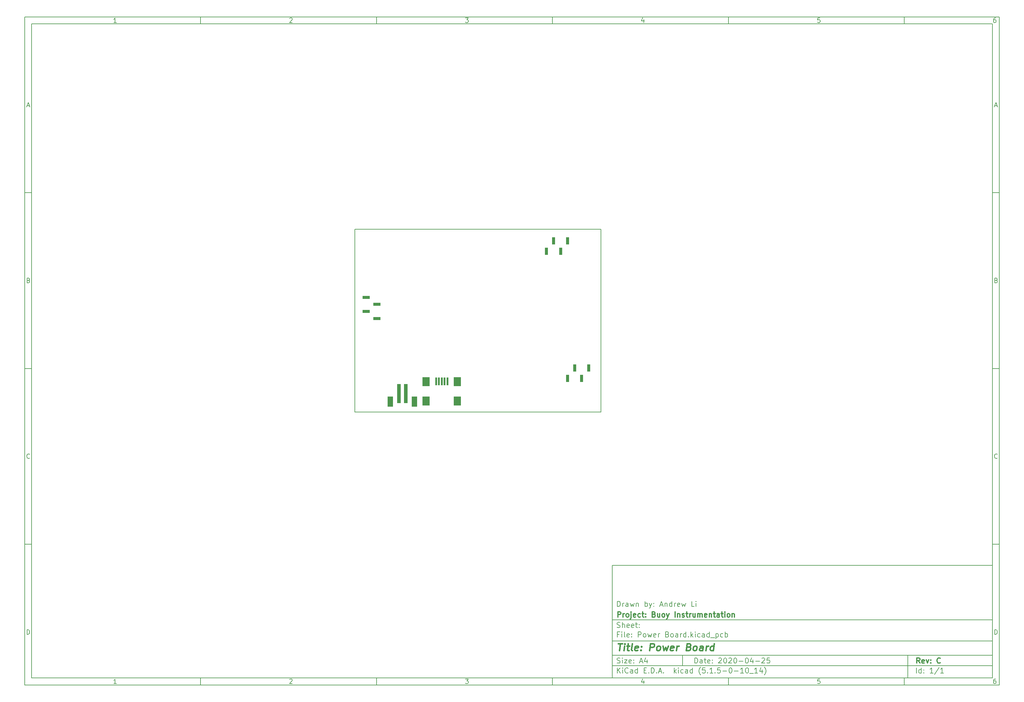
<source format=gtp>
G04 #@! TF.GenerationSoftware,KiCad,Pcbnew,(5.1.5-0-10_14)*
G04 #@! TF.CreationDate,2020-04-26T15:29:48+12:00*
G04 #@! TF.ProjectId,Power Board,506f7765-7220-4426-9f61-72642e6b6963,C*
G04 #@! TF.SameCoordinates,Original*
G04 #@! TF.FileFunction,Paste,Top*
G04 #@! TF.FilePolarity,Positive*
%FSLAX46Y46*%
G04 Gerber Fmt 4.6, Leading zero omitted, Abs format (unit mm)*
G04 Created by KiCad (PCBNEW (5.1.5-0-10_14)) date 2020-04-26 15:29:48*
%MOMM*%
%LPD*%
G04 APERTURE LIST*
%ADD10C,0.100000*%
%ADD11C,0.150000*%
%ADD12C,0.300000*%
%ADD13C,0.400000*%
%ADD14C,0.200000*%
%ADD15R,2.100000X0.850000*%
%ADD16R,1.998980X2.499360*%
%ADD17R,0.500380X2.301240*%
%ADD18R,0.850000X2.100000*%
%ADD19R,1.600000X3.000000*%
%ADD20R,1.000000X5.500000*%
G04 APERTURE END LIST*
D10*
D11*
X177002200Y-166007200D02*
X177002200Y-198007200D01*
X285002200Y-198007200D01*
X285002200Y-166007200D01*
X177002200Y-166007200D01*
D10*
D11*
X10000000Y-10000000D02*
X10000000Y-200007200D01*
X287002200Y-200007200D01*
X287002200Y-10000000D01*
X10000000Y-10000000D01*
D10*
D11*
X12000000Y-12000000D02*
X12000000Y-198007200D01*
X285002200Y-198007200D01*
X285002200Y-12000000D01*
X12000000Y-12000000D01*
D10*
D11*
X60000000Y-12000000D02*
X60000000Y-10000000D01*
D10*
D11*
X110000000Y-12000000D02*
X110000000Y-10000000D01*
D10*
D11*
X160000000Y-12000000D02*
X160000000Y-10000000D01*
D10*
D11*
X210000000Y-12000000D02*
X210000000Y-10000000D01*
D10*
D11*
X260000000Y-12000000D02*
X260000000Y-10000000D01*
D10*
D11*
X36065476Y-11588095D02*
X35322619Y-11588095D01*
X35694047Y-11588095D02*
X35694047Y-10288095D01*
X35570238Y-10473809D01*
X35446428Y-10597619D01*
X35322619Y-10659523D01*
D10*
D11*
X85322619Y-10411904D02*
X85384523Y-10350000D01*
X85508333Y-10288095D01*
X85817857Y-10288095D01*
X85941666Y-10350000D01*
X86003571Y-10411904D01*
X86065476Y-10535714D01*
X86065476Y-10659523D01*
X86003571Y-10845238D01*
X85260714Y-11588095D01*
X86065476Y-11588095D01*
D10*
D11*
X135260714Y-10288095D02*
X136065476Y-10288095D01*
X135632142Y-10783333D01*
X135817857Y-10783333D01*
X135941666Y-10845238D01*
X136003571Y-10907142D01*
X136065476Y-11030952D01*
X136065476Y-11340476D01*
X136003571Y-11464285D01*
X135941666Y-11526190D01*
X135817857Y-11588095D01*
X135446428Y-11588095D01*
X135322619Y-11526190D01*
X135260714Y-11464285D01*
D10*
D11*
X185941666Y-10721428D02*
X185941666Y-11588095D01*
X185632142Y-10226190D02*
X185322619Y-11154761D01*
X186127380Y-11154761D01*
D10*
D11*
X236003571Y-10288095D02*
X235384523Y-10288095D01*
X235322619Y-10907142D01*
X235384523Y-10845238D01*
X235508333Y-10783333D01*
X235817857Y-10783333D01*
X235941666Y-10845238D01*
X236003571Y-10907142D01*
X236065476Y-11030952D01*
X236065476Y-11340476D01*
X236003571Y-11464285D01*
X235941666Y-11526190D01*
X235817857Y-11588095D01*
X235508333Y-11588095D01*
X235384523Y-11526190D01*
X235322619Y-11464285D01*
D10*
D11*
X285941666Y-10288095D02*
X285694047Y-10288095D01*
X285570238Y-10350000D01*
X285508333Y-10411904D01*
X285384523Y-10597619D01*
X285322619Y-10845238D01*
X285322619Y-11340476D01*
X285384523Y-11464285D01*
X285446428Y-11526190D01*
X285570238Y-11588095D01*
X285817857Y-11588095D01*
X285941666Y-11526190D01*
X286003571Y-11464285D01*
X286065476Y-11340476D01*
X286065476Y-11030952D01*
X286003571Y-10907142D01*
X285941666Y-10845238D01*
X285817857Y-10783333D01*
X285570238Y-10783333D01*
X285446428Y-10845238D01*
X285384523Y-10907142D01*
X285322619Y-11030952D01*
D10*
D11*
X60000000Y-198007200D02*
X60000000Y-200007200D01*
D10*
D11*
X110000000Y-198007200D02*
X110000000Y-200007200D01*
D10*
D11*
X160000000Y-198007200D02*
X160000000Y-200007200D01*
D10*
D11*
X210000000Y-198007200D02*
X210000000Y-200007200D01*
D10*
D11*
X260000000Y-198007200D02*
X260000000Y-200007200D01*
D10*
D11*
X36065476Y-199595295D02*
X35322619Y-199595295D01*
X35694047Y-199595295D02*
X35694047Y-198295295D01*
X35570238Y-198481009D01*
X35446428Y-198604819D01*
X35322619Y-198666723D01*
D10*
D11*
X85322619Y-198419104D02*
X85384523Y-198357200D01*
X85508333Y-198295295D01*
X85817857Y-198295295D01*
X85941666Y-198357200D01*
X86003571Y-198419104D01*
X86065476Y-198542914D01*
X86065476Y-198666723D01*
X86003571Y-198852438D01*
X85260714Y-199595295D01*
X86065476Y-199595295D01*
D10*
D11*
X135260714Y-198295295D02*
X136065476Y-198295295D01*
X135632142Y-198790533D01*
X135817857Y-198790533D01*
X135941666Y-198852438D01*
X136003571Y-198914342D01*
X136065476Y-199038152D01*
X136065476Y-199347676D01*
X136003571Y-199471485D01*
X135941666Y-199533390D01*
X135817857Y-199595295D01*
X135446428Y-199595295D01*
X135322619Y-199533390D01*
X135260714Y-199471485D01*
D10*
D11*
X185941666Y-198728628D02*
X185941666Y-199595295D01*
X185632142Y-198233390D02*
X185322619Y-199161961D01*
X186127380Y-199161961D01*
D10*
D11*
X236003571Y-198295295D02*
X235384523Y-198295295D01*
X235322619Y-198914342D01*
X235384523Y-198852438D01*
X235508333Y-198790533D01*
X235817857Y-198790533D01*
X235941666Y-198852438D01*
X236003571Y-198914342D01*
X236065476Y-199038152D01*
X236065476Y-199347676D01*
X236003571Y-199471485D01*
X235941666Y-199533390D01*
X235817857Y-199595295D01*
X235508333Y-199595295D01*
X235384523Y-199533390D01*
X235322619Y-199471485D01*
D10*
D11*
X285941666Y-198295295D02*
X285694047Y-198295295D01*
X285570238Y-198357200D01*
X285508333Y-198419104D01*
X285384523Y-198604819D01*
X285322619Y-198852438D01*
X285322619Y-199347676D01*
X285384523Y-199471485D01*
X285446428Y-199533390D01*
X285570238Y-199595295D01*
X285817857Y-199595295D01*
X285941666Y-199533390D01*
X286003571Y-199471485D01*
X286065476Y-199347676D01*
X286065476Y-199038152D01*
X286003571Y-198914342D01*
X285941666Y-198852438D01*
X285817857Y-198790533D01*
X285570238Y-198790533D01*
X285446428Y-198852438D01*
X285384523Y-198914342D01*
X285322619Y-199038152D01*
D10*
D11*
X10000000Y-60000000D02*
X12000000Y-60000000D01*
D10*
D11*
X10000000Y-110000000D02*
X12000000Y-110000000D01*
D10*
D11*
X10000000Y-160000000D02*
X12000000Y-160000000D01*
D10*
D11*
X10690476Y-35216666D02*
X11309523Y-35216666D01*
X10566666Y-35588095D02*
X11000000Y-34288095D01*
X11433333Y-35588095D01*
D10*
D11*
X11092857Y-84907142D02*
X11278571Y-84969047D01*
X11340476Y-85030952D01*
X11402380Y-85154761D01*
X11402380Y-85340476D01*
X11340476Y-85464285D01*
X11278571Y-85526190D01*
X11154761Y-85588095D01*
X10659523Y-85588095D01*
X10659523Y-84288095D01*
X11092857Y-84288095D01*
X11216666Y-84350000D01*
X11278571Y-84411904D01*
X11340476Y-84535714D01*
X11340476Y-84659523D01*
X11278571Y-84783333D01*
X11216666Y-84845238D01*
X11092857Y-84907142D01*
X10659523Y-84907142D01*
D10*
D11*
X11402380Y-135464285D02*
X11340476Y-135526190D01*
X11154761Y-135588095D01*
X11030952Y-135588095D01*
X10845238Y-135526190D01*
X10721428Y-135402380D01*
X10659523Y-135278571D01*
X10597619Y-135030952D01*
X10597619Y-134845238D01*
X10659523Y-134597619D01*
X10721428Y-134473809D01*
X10845238Y-134350000D01*
X11030952Y-134288095D01*
X11154761Y-134288095D01*
X11340476Y-134350000D01*
X11402380Y-134411904D01*
D10*
D11*
X10659523Y-185588095D02*
X10659523Y-184288095D01*
X10969047Y-184288095D01*
X11154761Y-184350000D01*
X11278571Y-184473809D01*
X11340476Y-184597619D01*
X11402380Y-184845238D01*
X11402380Y-185030952D01*
X11340476Y-185278571D01*
X11278571Y-185402380D01*
X11154761Y-185526190D01*
X10969047Y-185588095D01*
X10659523Y-185588095D01*
D10*
D11*
X287002200Y-60000000D02*
X285002200Y-60000000D01*
D10*
D11*
X287002200Y-110000000D02*
X285002200Y-110000000D01*
D10*
D11*
X287002200Y-160000000D02*
X285002200Y-160000000D01*
D10*
D11*
X285692676Y-35216666D02*
X286311723Y-35216666D01*
X285568866Y-35588095D02*
X286002200Y-34288095D01*
X286435533Y-35588095D01*
D10*
D11*
X286095057Y-84907142D02*
X286280771Y-84969047D01*
X286342676Y-85030952D01*
X286404580Y-85154761D01*
X286404580Y-85340476D01*
X286342676Y-85464285D01*
X286280771Y-85526190D01*
X286156961Y-85588095D01*
X285661723Y-85588095D01*
X285661723Y-84288095D01*
X286095057Y-84288095D01*
X286218866Y-84350000D01*
X286280771Y-84411904D01*
X286342676Y-84535714D01*
X286342676Y-84659523D01*
X286280771Y-84783333D01*
X286218866Y-84845238D01*
X286095057Y-84907142D01*
X285661723Y-84907142D01*
D10*
D11*
X286404580Y-135464285D02*
X286342676Y-135526190D01*
X286156961Y-135588095D01*
X286033152Y-135588095D01*
X285847438Y-135526190D01*
X285723628Y-135402380D01*
X285661723Y-135278571D01*
X285599819Y-135030952D01*
X285599819Y-134845238D01*
X285661723Y-134597619D01*
X285723628Y-134473809D01*
X285847438Y-134350000D01*
X286033152Y-134288095D01*
X286156961Y-134288095D01*
X286342676Y-134350000D01*
X286404580Y-134411904D01*
D10*
D11*
X285661723Y-185588095D02*
X285661723Y-184288095D01*
X285971247Y-184288095D01*
X286156961Y-184350000D01*
X286280771Y-184473809D01*
X286342676Y-184597619D01*
X286404580Y-184845238D01*
X286404580Y-185030952D01*
X286342676Y-185278571D01*
X286280771Y-185402380D01*
X286156961Y-185526190D01*
X285971247Y-185588095D01*
X285661723Y-185588095D01*
D10*
D11*
X200434342Y-193785771D02*
X200434342Y-192285771D01*
X200791485Y-192285771D01*
X201005771Y-192357200D01*
X201148628Y-192500057D01*
X201220057Y-192642914D01*
X201291485Y-192928628D01*
X201291485Y-193142914D01*
X201220057Y-193428628D01*
X201148628Y-193571485D01*
X201005771Y-193714342D01*
X200791485Y-193785771D01*
X200434342Y-193785771D01*
X202577200Y-193785771D02*
X202577200Y-193000057D01*
X202505771Y-192857200D01*
X202362914Y-192785771D01*
X202077200Y-192785771D01*
X201934342Y-192857200D01*
X202577200Y-193714342D02*
X202434342Y-193785771D01*
X202077200Y-193785771D01*
X201934342Y-193714342D01*
X201862914Y-193571485D01*
X201862914Y-193428628D01*
X201934342Y-193285771D01*
X202077200Y-193214342D01*
X202434342Y-193214342D01*
X202577200Y-193142914D01*
X203077200Y-192785771D02*
X203648628Y-192785771D01*
X203291485Y-192285771D02*
X203291485Y-193571485D01*
X203362914Y-193714342D01*
X203505771Y-193785771D01*
X203648628Y-193785771D01*
X204720057Y-193714342D02*
X204577200Y-193785771D01*
X204291485Y-193785771D01*
X204148628Y-193714342D01*
X204077200Y-193571485D01*
X204077200Y-193000057D01*
X204148628Y-192857200D01*
X204291485Y-192785771D01*
X204577200Y-192785771D01*
X204720057Y-192857200D01*
X204791485Y-193000057D01*
X204791485Y-193142914D01*
X204077200Y-193285771D01*
X205434342Y-193642914D02*
X205505771Y-193714342D01*
X205434342Y-193785771D01*
X205362914Y-193714342D01*
X205434342Y-193642914D01*
X205434342Y-193785771D01*
X205434342Y-192857200D02*
X205505771Y-192928628D01*
X205434342Y-193000057D01*
X205362914Y-192928628D01*
X205434342Y-192857200D01*
X205434342Y-193000057D01*
X207220057Y-192428628D02*
X207291485Y-192357200D01*
X207434342Y-192285771D01*
X207791485Y-192285771D01*
X207934342Y-192357200D01*
X208005771Y-192428628D01*
X208077200Y-192571485D01*
X208077200Y-192714342D01*
X208005771Y-192928628D01*
X207148628Y-193785771D01*
X208077200Y-193785771D01*
X209005771Y-192285771D02*
X209148628Y-192285771D01*
X209291485Y-192357200D01*
X209362914Y-192428628D01*
X209434342Y-192571485D01*
X209505771Y-192857200D01*
X209505771Y-193214342D01*
X209434342Y-193500057D01*
X209362914Y-193642914D01*
X209291485Y-193714342D01*
X209148628Y-193785771D01*
X209005771Y-193785771D01*
X208862914Y-193714342D01*
X208791485Y-193642914D01*
X208720057Y-193500057D01*
X208648628Y-193214342D01*
X208648628Y-192857200D01*
X208720057Y-192571485D01*
X208791485Y-192428628D01*
X208862914Y-192357200D01*
X209005771Y-192285771D01*
X210077200Y-192428628D02*
X210148628Y-192357200D01*
X210291485Y-192285771D01*
X210648628Y-192285771D01*
X210791485Y-192357200D01*
X210862914Y-192428628D01*
X210934342Y-192571485D01*
X210934342Y-192714342D01*
X210862914Y-192928628D01*
X210005771Y-193785771D01*
X210934342Y-193785771D01*
X211862914Y-192285771D02*
X212005771Y-192285771D01*
X212148628Y-192357200D01*
X212220057Y-192428628D01*
X212291485Y-192571485D01*
X212362914Y-192857200D01*
X212362914Y-193214342D01*
X212291485Y-193500057D01*
X212220057Y-193642914D01*
X212148628Y-193714342D01*
X212005771Y-193785771D01*
X211862914Y-193785771D01*
X211720057Y-193714342D01*
X211648628Y-193642914D01*
X211577200Y-193500057D01*
X211505771Y-193214342D01*
X211505771Y-192857200D01*
X211577200Y-192571485D01*
X211648628Y-192428628D01*
X211720057Y-192357200D01*
X211862914Y-192285771D01*
X213005771Y-193214342D02*
X214148628Y-193214342D01*
X215148628Y-192285771D02*
X215291485Y-192285771D01*
X215434342Y-192357200D01*
X215505771Y-192428628D01*
X215577200Y-192571485D01*
X215648628Y-192857200D01*
X215648628Y-193214342D01*
X215577200Y-193500057D01*
X215505771Y-193642914D01*
X215434342Y-193714342D01*
X215291485Y-193785771D01*
X215148628Y-193785771D01*
X215005771Y-193714342D01*
X214934342Y-193642914D01*
X214862914Y-193500057D01*
X214791485Y-193214342D01*
X214791485Y-192857200D01*
X214862914Y-192571485D01*
X214934342Y-192428628D01*
X215005771Y-192357200D01*
X215148628Y-192285771D01*
X216934342Y-192785771D02*
X216934342Y-193785771D01*
X216577200Y-192214342D02*
X216220057Y-193285771D01*
X217148628Y-193285771D01*
X217720057Y-193214342D02*
X218862914Y-193214342D01*
X219505771Y-192428628D02*
X219577200Y-192357200D01*
X219720057Y-192285771D01*
X220077200Y-192285771D01*
X220220057Y-192357200D01*
X220291485Y-192428628D01*
X220362914Y-192571485D01*
X220362914Y-192714342D01*
X220291485Y-192928628D01*
X219434342Y-193785771D01*
X220362914Y-193785771D01*
X221720057Y-192285771D02*
X221005771Y-192285771D01*
X220934342Y-193000057D01*
X221005771Y-192928628D01*
X221148628Y-192857200D01*
X221505771Y-192857200D01*
X221648628Y-192928628D01*
X221720057Y-193000057D01*
X221791485Y-193142914D01*
X221791485Y-193500057D01*
X221720057Y-193642914D01*
X221648628Y-193714342D01*
X221505771Y-193785771D01*
X221148628Y-193785771D01*
X221005771Y-193714342D01*
X220934342Y-193642914D01*
D10*
D11*
X177002200Y-194507200D02*
X285002200Y-194507200D01*
D10*
D11*
X178434342Y-196585771D02*
X178434342Y-195085771D01*
X179291485Y-196585771D02*
X178648628Y-195728628D01*
X179291485Y-195085771D02*
X178434342Y-195942914D01*
X179934342Y-196585771D02*
X179934342Y-195585771D01*
X179934342Y-195085771D02*
X179862914Y-195157200D01*
X179934342Y-195228628D01*
X180005771Y-195157200D01*
X179934342Y-195085771D01*
X179934342Y-195228628D01*
X181505771Y-196442914D02*
X181434342Y-196514342D01*
X181220057Y-196585771D01*
X181077200Y-196585771D01*
X180862914Y-196514342D01*
X180720057Y-196371485D01*
X180648628Y-196228628D01*
X180577200Y-195942914D01*
X180577200Y-195728628D01*
X180648628Y-195442914D01*
X180720057Y-195300057D01*
X180862914Y-195157200D01*
X181077200Y-195085771D01*
X181220057Y-195085771D01*
X181434342Y-195157200D01*
X181505771Y-195228628D01*
X182791485Y-196585771D02*
X182791485Y-195800057D01*
X182720057Y-195657200D01*
X182577200Y-195585771D01*
X182291485Y-195585771D01*
X182148628Y-195657200D01*
X182791485Y-196514342D02*
X182648628Y-196585771D01*
X182291485Y-196585771D01*
X182148628Y-196514342D01*
X182077200Y-196371485D01*
X182077200Y-196228628D01*
X182148628Y-196085771D01*
X182291485Y-196014342D01*
X182648628Y-196014342D01*
X182791485Y-195942914D01*
X184148628Y-196585771D02*
X184148628Y-195085771D01*
X184148628Y-196514342D02*
X184005771Y-196585771D01*
X183720057Y-196585771D01*
X183577200Y-196514342D01*
X183505771Y-196442914D01*
X183434342Y-196300057D01*
X183434342Y-195871485D01*
X183505771Y-195728628D01*
X183577200Y-195657200D01*
X183720057Y-195585771D01*
X184005771Y-195585771D01*
X184148628Y-195657200D01*
X186005771Y-195800057D02*
X186505771Y-195800057D01*
X186720057Y-196585771D02*
X186005771Y-196585771D01*
X186005771Y-195085771D01*
X186720057Y-195085771D01*
X187362914Y-196442914D02*
X187434342Y-196514342D01*
X187362914Y-196585771D01*
X187291485Y-196514342D01*
X187362914Y-196442914D01*
X187362914Y-196585771D01*
X188077200Y-196585771D02*
X188077200Y-195085771D01*
X188434342Y-195085771D01*
X188648628Y-195157200D01*
X188791485Y-195300057D01*
X188862914Y-195442914D01*
X188934342Y-195728628D01*
X188934342Y-195942914D01*
X188862914Y-196228628D01*
X188791485Y-196371485D01*
X188648628Y-196514342D01*
X188434342Y-196585771D01*
X188077200Y-196585771D01*
X189577200Y-196442914D02*
X189648628Y-196514342D01*
X189577200Y-196585771D01*
X189505771Y-196514342D01*
X189577200Y-196442914D01*
X189577200Y-196585771D01*
X190220057Y-196157200D02*
X190934342Y-196157200D01*
X190077200Y-196585771D02*
X190577200Y-195085771D01*
X191077200Y-196585771D01*
X191577200Y-196442914D02*
X191648628Y-196514342D01*
X191577200Y-196585771D01*
X191505771Y-196514342D01*
X191577200Y-196442914D01*
X191577200Y-196585771D01*
X194577200Y-196585771D02*
X194577200Y-195085771D01*
X194720057Y-196014342D02*
X195148628Y-196585771D01*
X195148628Y-195585771D02*
X194577200Y-196157200D01*
X195791485Y-196585771D02*
X195791485Y-195585771D01*
X195791485Y-195085771D02*
X195720057Y-195157200D01*
X195791485Y-195228628D01*
X195862914Y-195157200D01*
X195791485Y-195085771D01*
X195791485Y-195228628D01*
X197148628Y-196514342D02*
X197005771Y-196585771D01*
X196720057Y-196585771D01*
X196577200Y-196514342D01*
X196505771Y-196442914D01*
X196434342Y-196300057D01*
X196434342Y-195871485D01*
X196505771Y-195728628D01*
X196577200Y-195657200D01*
X196720057Y-195585771D01*
X197005771Y-195585771D01*
X197148628Y-195657200D01*
X198434342Y-196585771D02*
X198434342Y-195800057D01*
X198362914Y-195657200D01*
X198220057Y-195585771D01*
X197934342Y-195585771D01*
X197791485Y-195657200D01*
X198434342Y-196514342D02*
X198291485Y-196585771D01*
X197934342Y-196585771D01*
X197791485Y-196514342D01*
X197720057Y-196371485D01*
X197720057Y-196228628D01*
X197791485Y-196085771D01*
X197934342Y-196014342D01*
X198291485Y-196014342D01*
X198434342Y-195942914D01*
X199791485Y-196585771D02*
X199791485Y-195085771D01*
X199791485Y-196514342D02*
X199648628Y-196585771D01*
X199362914Y-196585771D01*
X199220057Y-196514342D01*
X199148628Y-196442914D01*
X199077200Y-196300057D01*
X199077200Y-195871485D01*
X199148628Y-195728628D01*
X199220057Y-195657200D01*
X199362914Y-195585771D01*
X199648628Y-195585771D01*
X199791485Y-195657200D01*
X202077200Y-197157200D02*
X202005771Y-197085771D01*
X201862914Y-196871485D01*
X201791485Y-196728628D01*
X201720057Y-196514342D01*
X201648628Y-196157200D01*
X201648628Y-195871485D01*
X201720057Y-195514342D01*
X201791485Y-195300057D01*
X201862914Y-195157200D01*
X202005771Y-194942914D01*
X202077200Y-194871485D01*
X203362914Y-195085771D02*
X202648628Y-195085771D01*
X202577200Y-195800057D01*
X202648628Y-195728628D01*
X202791485Y-195657200D01*
X203148628Y-195657200D01*
X203291485Y-195728628D01*
X203362914Y-195800057D01*
X203434342Y-195942914D01*
X203434342Y-196300057D01*
X203362914Y-196442914D01*
X203291485Y-196514342D01*
X203148628Y-196585771D01*
X202791485Y-196585771D01*
X202648628Y-196514342D01*
X202577200Y-196442914D01*
X204077200Y-196442914D02*
X204148628Y-196514342D01*
X204077200Y-196585771D01*
X204005771Y-196514342D01*
X204077200Y-196442914D01*
X204077200Y-196585771D01*
X205577200Y-196585771D02*
X204720057Y-196585771D01*
X205148628Y-196585771D02*
X205148628Y-195085771D01*
X205005771Y-195300057D01*
X204862914Y-195442914D01*
X204720057Y-195514342D01*
X206220057Y-196442914D02*
X206291485Y-196514342D01*
X206220057Y-196585771D01*
X206148628Y-196514342D01*
X206220057Y-196442914D01*
X206220057Y-196585771D01*
X207648628Y-195085771D02*
X206934342Y-195085771D01*
X206862914Y-195800057D01*
X206934342Y-195728628D01*
X207077200Y-195657200D01*
X207434342Y-195657200D01*
X207577200Y-195728628D01*
X207648628Y-195800057D01*
X207720057Y-195942914D01*
X207720057Y-196300057D01*
X207648628Y-196442914D01*
X207577200Y-196514342D01*
X207434342Y-196585771D01*
X207077200Y-196585771D01*
X206934342Y-196514342D01*
X206862914Y-196442914D01*
X208362914Y-196014342D02*
X209505771Y-196014342D01*
X210505771Y-195085771D02*
X210648628Y-195085771D01*
X210791485Y-195157200D01*
X210862914Y-195228628D01*
X210934342Y-195371485D01*
X211005771Y-195657200D01*
X211005771Y-196014342D01*
X210934342Y-196300057D01*
X210862914Y-196442914D01*
X210791485Y-196514342D01*
X210648628Y-196585771D01*
X210505771Y-196585771D01*
X210362914Y-196514342D01*
X210291485Y-196442914D01*
X210220057Y-196300057D01*
X210148628Y-196014342D01*
X210148628Y-195657200D01*
X210220057Y-195371485D01*
X210291485Y-195228628D01*
X210362914Y-195157200D01*
X210505771Y-195085771D01*
X211648628Y-196014342D02*
X212791485Y-196014342D01*
X214291485Y-196585771D02*
X213434342Y-196585771D01*
X213862914Y-196585771D02*
X213862914Y-195085771D01*
X213720057Y-195300057D01*
X213577200Y-195442914D01*
X213434342Y-195514342D01*
X215220057Y-195085771D02*
X215362914Y-195085771D01*
X215505771Y-195157200D01*
X215577200Y-195228628D01*
X215648628Y-195371485D01*
X215720057Y-195657200D01*
X215720057Y-196014342D01*
X215648628Y-196300057D01*
X215577200Y-196442914D01*
X215505771Y-196514342D01*
X215362914Y-196585771D01*
X215220057Y-196585771D01*
X215077200Y-196514342D01*
X215005771Y-196442914D01*
X214934342Y-196300057D01*
X214862914Y-196014342D01*
X214862914Y-195657200D01*
X214934342Y-195371485D01*
X215005771Y-195228628D01*
X215077200Y-195157200D01*
X215220057Y-195085771D01*
X216005771Y-196728628D02*
X217148628Y-196728628D01*
X218291485Y-196585771D02*
X217434342Y-196585771D01*
X217862914Y-196585771D02*
X217862914Y-195085771D01*
X217720057Y-195300057D01*
X217577200Y-195442914D01*
X217434342Y-195514342D01*
X219577200Y-195585771D02*
X219577200Y-196585771D01*
X219220057Y-195014342D02*
X218862914Y-196085771D01*
X219791485Y-196085771D01*
X220220057Y-197157200D02*
X220291485Y-197085771D01*
X220434342Y-196871485D01*
X220505771Y-196728628D01*
X220577200Y-196514342D01*
X220648628Y-196157200D01*
X220648628Y-195871485D01*
X220577200Y-195514342D01*
X220505771Y-195300057D01*
X220434342Y-195157200D01*
X220291485Y-194942914D01*
X220220057Y-194871485D01*
D10*
D11*
X177002200Y-191507200D02*
X285002200Y-191507200D01*
D10*
D12*
X264411485Y-193785771D02*
X263911485Y-193071485D01*
X263554342Y-193785771D02*
X263554342Y-192285771D01*
X264125771Y-192285771D01*
X264268628Y-192357200D01*
X264340057Y-192428628D01*
X264411485Y-192571485D01*
X264411485Y-192785771D01*
X264340057Y-192928628D01*
X264268628Y-193000057D01*
X264125771Y-193071485D01*
X263554342Y-193071485D01*
X265625771Y-193714342D02*
X265482914Y-193785771D01*
X265197200Y-193785771D01*
X265054342Y-193714342D01*
X264982914Y-193571485D01*
X264982914Y-193000057D01*
X265054342Y-192857200D01*
X265197200Y-192785771D01*
X265482914Y-192785771D01*
X265625771Y-192857200D01*
X265697200Y-193000057D01*
X265697200Y-193142914D01*
X264982914Y-193285771D01*
X266197200Y-192785771D02*
X266554342Y-193785771D01*
X266911485Y-192785771D01*
X267482914Y-193642914D02*
X267554342Y-193714342D01*
X267482914Y-193785771D01*
X267411485Y-193714342D01*
X267482914Y-193642914D01*
X267482914Y-193785771D01*
X267482914Y-192857200D02*
X267554342Y-192928628D01*
X267482914Y-193000057D01*
X267411485Y-192928628D01*
X267482914Y-192857200D01*
X267482914Y-193000057D01*
X270197200Y-193642914D02*
X270125771Y-193714342D01*
X269911485Y-193785771D01*
X269768628Y-193785771D01*
X269554342Y-193714342D01*
X269411485Y-193571485D01*
X269340057Y-193428628D01*
X269268628Y-193142914D01*
X269268628Y-192928628D01*
X269340057Y-192642914D01*
X269411485Y-192500057D01*
X269554342Y-192357200D01*
X269768628Y-192285771D01*
X269911485Y-192285771D01*
X270125771Y-192357200D01*
X270197200Y-192428628D01*
D10*
D11*
X178362914Y-193714342D02*
X178577200Y-193785771D01*
X178934342Y-193785771D01*
X179077200Y-193714342D01*
X179148628Y-193642914D01*
X179220057Y-193500057D01*
X179220057Y-193357200D01*
X179148628Y-193214342D01*
X179077200Y-193142914D01*
X178934342Y-193071485D01*
X178648628Y-193000057D01*
X178505771Y-192928628D01*
X178434342Y-192857200D01*
X178362914Y-192714342D01*
X178362914Y-192571485D01*
X178434342Y-192428628D01*
X178505771Y-192357200D01*
X178648628Y-192285771D01*
X179005771Y-192285771D01*
X179220057Y-192357200D01*
X179862914Y-193785771D02*
X179862914Y-192785771D01*
X179862914Y-192285771D02*
X179791485Y-192357200D01*
X179862914Y-192428628D01*
X179934342Y-192357200D01*
X179862914Y-192285771D01*
X179862914Y-192428628D01*
X180434342Y-192785771D02*
X181220057Y-192785771D01*
X180434342Y-193785771D01*
X181220057Y-193785771D01*
X182362914Y-193714342D02*
X182220057Y-193785771D01*
X181934342Y-193785771D01*
X181791485Y-193714342D01*
X181720057Y-193571485D01*
X181720057Y-193000057D01*
X181791485Y-192857200D01*
X181934342Y-192785771D01*
X182220057Y-192785771D01*
X182362914Y-192857200D01*
X182434342Y-193000057D01*
X182434342Y-193142914D01*
X181720057Y-193285771D01*
X183077200Y-193642914D02*
X183148628Y-193714342D01*
X183077200Y-193785771D01*
X183005771Y-193714342D01*
X183077200Y-193642914D01*
X183077200Y-193785771D01*
X183077200Y-192857200D02*
X183148628Y-192928628D01*
X183077200Y-193000057D01*
X183005771Y-192928628D01*
X183077200Y-192857200D01*
X183077200Y-193000057D01*
X184862914Y-193357200D02*
X185577200Y-193357200D01*
X184720057Y-193785771D02*
X185220057Y-192285771D01*
X185720057Y-193785771D01*
X186862914Y-192785771D02*
X186862914Y-193785771D01*
X186505771Y-192214342D02*
X186148628Y-193285771D01*
X187077200Y-193285771D01*
D10*
D11*
X263434342Y-196585771D02*
X263434342Y-195085771D01*
X264791485Y-196585771D02*
X264791485Y-195085771D01*
X264791485Y-196514342D02*
X264648628Y-196585771D01*
X264362914Y-196585771D01*
X264220057Y-196514342D01*
X264148628Y-196442914D01*
X264077200Y-196300057D01*
X264077200Y-195871485D01*
X264148628Y-195728628D01*
X264220057Y-195657200D01*
X264362914Y-195585771D01*
X264648628Y-195585771D01*
X264791485Y-195657200D01*
X265505771Y-196442914D02*
X265577200Y-196514342D01*
X265505771Y-196585771D01*
X265434342Y-196514342D01*
X265505771Y-196442914D01*
X265505771Y-196585771D01*
X265505771Y-195657200D02*
X265577200Y-195728628D01*
X265505771Y-195800057D01*
X265434342Y-195728628D01*
X265505771Y-195657200D01*
X265505771Y-195800057D01*
X268148628Y-196585771D02*
X267291485Y-196585771D01*
X267720057Y-196585771D02*
X267720057Y-195085771D01*
X267577200Y-195300057D01*
X267434342Y-195442914D01*
X267291485Y-195514342D01*
X269862914Y-195014342D02*
X268577200Y-196942914D01*
X271148628Y-196585771D02*
X270291485Y-196585771D01*
X270720057Y-196585771D02*
X270720057Y-195085771D01*
X270577200Y-195300057D01*
X270434342Y-195442914D01*
X270291485Y-195514342D01*
D10*
D11*
X177002200Y-187507200D02*
X285002200Y-187507200D01*
D10*
D13*
X178714580Y-188211961D02*
X179857438Y-188211961D01*
X179036009Y-190211961D02*
X179286009Y-188211961D01*
X180274104Y-190211961D02*
X180440771Y-188878628D01*
X180524104Y-188211961D02*
X180416961Y-188307200D01*
X180500295Y-188402438D01*
X180607438Y-188307200D01*
X180524104Y-188211961D01*
X180500295Y-188402438D01*
X181107438Y-188878628D02*
X181869342Y-188878628D01*
X181476485Y-188211961D02*
X181262200Y-189926247D01*
X181333628Y-190116723D01*
X181512200Y-190211961D01*
X181702676Y-190211961D01*
X182655057Y-190211961D02*
X182476485Y-190116723D01*
X182405057Y-189926247D01*
X182619342Y-188211961D01*
X184190771Y-190116723D02*
X183988390Y-190211961D01*
X183607438Y-190211961D01*
X183428866Y-190116723D01*
X183357438Y-189926247D01*
X183452676Y-189164342D01*
X183571723Y-188973866D01*
X183774104Y-188878628D01*
X184155057Y-188878628D01*
X184333628Y-188973866D01*
X184405057Y-189164342D01*
X184381247Y-189354819D01*
X183405057Y-189545295D01*
X185155057Y-190021485D02*
X185238390Y-190116723D01*
X185131247Y-190211961D01*
X185047914Y-190116723D01*
X185155057Y-190021485D01*
X185131247Y-190211961D01*
X185286009Y-188973866D02*
X185369342Y-189069104D01*
X185262200Y-189164342D01*
X185178866Y-189069104D01*
X185286009Y-188973866D01*
X185262200Y-189164342D01*
X187607438Y-190211961D02*
X187857438Y-188211961D01*
X188619342Y-188211961D01*
X188797914Y-188307200D01*
X188881247Y-188402438D01*
X188952676Y-188592914D01*
X188916961Y-188878628D01*
X188797914Y-189069104D01*
X188690771Y-189164342D01*
X188488390Y-189259580D01*
X187726485Y-189259580D01*
X189893152Y-190211961D02*
X189714580Y-190116723D01*
X189631247Y-190021485D01*
X189559819Y-189831009D01*
X189631247Y-189259580D01*
X189750295Y-189069104D01*
X189857438Y-188973866D01*
X190059819Y-188878628D01*
X190345533Y-188878628D01*
X190524104Y-188973866D01*
X190607438Y-189069104D01*
X190678866Y-189259580D01*
X190607438Y-189831009D01*
X190488390Y-190021485D01*
X190381247Y-190116723D01*
X190178866Y-190211961D01*
X189893152Y-190211961D01*
X191393152Y-188878628D02*
X191607438Y-190211961D01*
X192107438Y-189259580D01*
X192369342Y-190211961D01*
X192916961Y-188878628D01*
X194286009Y-190116723D02*
X194083628Y-190211961D01*
X193702676Y-190211961D01*
X193524104Y-190116723D01*
X193452676Y-189926247D01*
X193547914Y-189164342D01*
X193666961Y-188973866D01*
X193869342Y-188878628D01*
X194250295Y-188878628D01*
X194428866Y-188973866D01*
X194500295Y-189164342D01*
X194476485Y-189354819D01*
X193500295Y-189545295D01*
X195226485Y-190211961D02*
X195393152Y-188878628D01*
X195345533Y-189259580D02*
X195464580Y-189069104D01*
X195571723Y-188973866D01*
X195774104Y-188878628D01*
X195964580Y-188878628D01*
X198786009Y-189164342D02*
X199059819Y-189259580D01*
X199143152Y-189354819D01*
X199214580Y-189545295D01*
X199178866Y-189831009D01*
X199059819Y-190021485D01*
X198952676Y-190116723D01*
X198750295Y-190211961D01*
X197988390Y-190211961D01*
X198238390Y-188211961D01*
X198905057Y-188211961D01*
X199083628Y-188307200D01*
X199166961Y-188402438D01*
X199238390Y-188592914D01*
X199214580Y-188783390D01*
X199095533Y-188973866D01*
X198988390Y-189069104D01*
X198786009Y-189164342D01*
X198119342Y-189164342D01*
X200274104Y-190211961D02*
X200095533Y-190116723D01*
X200012200Y-190021485D01*
X199940771Y-189831009D01*
X200012200Y-189259580D01*
X200131247Y-189069104D01*
X200238390Y-188973866D01*
X200440771Y-188878628D01*
X200726485Y-188878628D01*
X200905057Y-188973866D01*
X200988390Y-189069104D01*
X201059819Y-189259580D01*
X200988390Y-189831009D01*
X200869342Y-190021485D01*
X200762200Y-190116723D01*
X200559819Y-190211961D01*
X200274104Y-190211961D01*
X202655057Y-190211961D02*
X202786009Y-189164342D01*
X202714580Y-188973866D01*
X202536009Y-188878628D01*
X202155057Y-188878628D01*
X201952676Y-188973866D01*
X202666961Y-190116723D02*
X202464580Y-190211961D01*
X201988390Y-190211961D01*
X201809819Y-190116723D01*
X201738390Y-189926247D01*
X201762200Y-189735771D01*
X201881247Y-189545295D01*
X202083628Y-189450057D01*
X202559819Y-189450057D01*
X202762200Y-189354819D01*
X203607438Y-190211961D02*
X203774104Y-188878628D01*
X203726485Y-189259580D02*
X203845533Y-189069104D01*
X203952676Y-188973866D01*
X204155057Y-188878628D01*
X204345533Y-188878628D01*
X205702676Y-190211961D02*
X205952676Y-188211961D01*
X205714580Y-190116723D02*
X205512200Y-190211961D01*
X205131247Y-190211961D01*
X204952676Y-190116723D01*
X204869342Y-190021485D01*
X204797914Y-189831009D01*
X204869342Y-189259580D01*
X204988390Y-189069104D01*
X205095533Y-188973866D01*
X205297914Y-188878628D01*
X205678866Y-188878628D01*
X205857438Y-188973866D01*
D10*
D11*
X178934342Y-185600057D02*
X178434342Y-185600057D01*
X178434342Y-186385771D02*
X178434342Y-184885771D01*
X179148628Y-184885771D01*
X179720057Y-186385771D02*
X179720057Y-185385771D01*
X179720057Y-184885771D02*
X179648628Y-184957200D01*
X179720057Y-185028628D01*
X179791485Y-184957200D01*
X179720057Y-184885771D01*
X179720057Y-185028628D01*
X180648628Y-186385771D02*
X180505771Y-186314342D01*
X180434342Y-186171485D01*
X180434342Y-184885771D01*
X181791485Y-186314342D02*
X181648628Y-186385771D01*
X181362914Y-186385771D01*
X181220057Y-186314342D01*
X181148628Y-186171485D01*
X181148628Y-185600057D01*
X181220057Y-185457200D01*
X181362914Y-185385771D01*
X181648628Y-185385771D01*
X181791485Y-185457200D01*
X181862914Y-185600057D01*
X181862914Y-185742914D01*
X181148628Y-185885771D01*
X182505771Y-186242914D02*
X182577200Y-186314342D01*
X182505771Y-186385771D01*
X182434342Y-186314342D01*
X182505771Y-186242914D01*
X182505771Y-186385771D01*
X182505771Y-185457200D02*
X182577200Y-185528628D01*
X182505771Y-185600057D01*
X182434342Y-185528628D01*
X182505771Y-185457200D01*
X182505771Y-185600057D01*
X184362914Y-186385771D02*
X184362914Y-184885771D01*
X184934342Y-184885771D01*
X185077200Y-184957200D01*
X185148628Y-185028628D01*
X185220057Y-185171485D01*
X185220057Y-185385771D01*
X185148628Y-185528628D01*
X185077200Y-185600057D01*
X184934342Y-185671485D01*
X184362914Y-185671485D01*
X186077200Y-186385771D02*
X185934342Y-186314342D01*
X185862914Y-186242914D01*
X185791485Y-186100057D01*
X185791485Y-185671485D01*
X185862914Y-185528628D01*
X185934342Y-185457200D01*
X186077200Y-185385771D01*
X186291485Y-185385771D01*
X186434342Y-185457200D01*
X186505771Y-185528628D01*
X186577200Y-185671485D01*
X186577200Y-186100057D01*
X186505771Y-186242914D01*
X186434342Y-186314342D01*
X186291485Y-186385771D01*
X186077200Y-186385771D01*
X187077200Y-185385771D02*
X187362914Y-186385771D01*
X187648628Y-185671485D01*
X187934342Y-186385771D01*
X188220057Y-185385771D01*
X189362914Y-186314342D02*
X189220057Y-186385771D01*
X188934342Y-186385771D01*
X188791485Y-186314342D01*
X188720057Y-186171485D01*
X188720057Y-185600057D01*
X188791485Y-185457200D01*
X188934342Y-185385771D01*
X189220057Y-185385771D01*
X189362914Y-185457200D01*
X189434342Y-185600057D01*
X189434342Y-185742914D01*
X188720057Y-185885771D01*
X190077200Y-186385771D02*
X190077200Y-185385771D01*
X190077200Y-185671485D02*
X190148628Y-185528628D01*
X190220057Y-185457200D01*
X190362914Y-185385771D01*
X190505771Y-185385771D01*
X192648628Y-185600057D02*
X192862914Y-185671485D01*
X192934342Y-185742914D01*
X193005771Y-185885771D01*
X193005771Y-186100057D01*
X192934342Y-186242914D01*
X192862914Y-186314342D01*
X192720057Y-186385771D01*
X192148628Y-186385771D01*
X192148628Y-184885771D01*
X192648628Y-184885771D01*
X192791485Y-184957200D01*
X192862914Y-185028628D01*
X192934342Y-185171485D01*
X192934342Y-185314342D01*
X192862914Y-185457200D01*
X192791485Y-185528628D01*
X192648628Y-185600057D01*
X192148628Y-185600057D01*
X193862914Y-186385771D02*
X193720057Y-186314342D01*
X193648628Y-186242914D01*
X193577200Y-186100057D01*
X193577200Y-185671485D01*
X193648628Y-185528628D01*
X193720057Y-185457200D01*
X193862914Y-185385771D01*
X194077200Y-185385771D01*
X194220057Y-185457200D01*
X194291485Y-185528628D01*
X194362914Y-185671485D01*
X194362914Y-186100057D01*
X194291485Y-186242914D01*
X194220057Y-186314342D01*
X194077200Y-186385771D01*
X193862914Y-186385771D01*
X195648628Y-186385771D02*
X195648628Y-185600057D01*
X195577200Y-185457200D01*
X195434342Y-185385771D01*
X195148628Y-185385771D01*
X195005771Y-185457200D01*
X195648628Y-186314342D02*
X195505771Y-186385771D01*
X195148628Y-186385771D01*
X195005771Y-186314342D01*
X194934342Y-186171485D01*
X194934342Y-186028628D01*
X195005771Y-185885771D01*
X195148628Y-185814342D01*
X195505771Y-185814342D01*
X195648628Y-185742914D01*
X196362914Y-186385771D02*
X196362914Y-185385771D01*
X196362914Y-185671485D02*
X196434342Y-185528628D01*
X196505771Y-185457200D01*
X196648628Y-185385771D01*
X196791485Y-185385771D01*
X197934342Y-186385771D02*
X197934342Y-184885771D01*
X197934342Y-186314342D02*
X197791485Y-186385771D01*
X197505771Y-186385771D01*
X197362914Y-186314342D01*
X197291485Y-186242914D01*
X197220057Y-186100057D01*
X197220057Y-185671485D01*
X197291485Y-185528628D01*
X197362914Y-185457200D01*
X197505771Y-185385771D01*
X197791485Y-185385771D01*
X197934342Y-185457200D01*
X198648628Y-186242914D02*
X198720057Y-186314342D01*
X198648628Y-186385771D01*
X198577200Y-186314342D01*
X198648628Y-186242914D01*
X198648628Y-186385771D01*
X199362914Y-186385771D02*
X199362914Y-184885771D01*
X199505771Y-185814342D02*
X199934342Y-186385771D01*
X199934342Y-185385771D02*
X199362914Y-185957200D01*
X200577200Y-186385771D02*
X200577200Y-185385771D01*
X200577200Y-184885771D02*
X200505771Y-184957200D01*
X200577200Y-185028628D01*
X200648628Y-184957200D01*
X200577200Y-184885771D01*
X200577200Y-185028628D01*
X201934342Y-186314342D02*
X201791485Y-186385771D01*
X201505771Y-186385771D01*
X201362914Y-186314342D01*
X201291485Y-186242914D01*
X201220057Y-186100057D01*
X201220057Y-185671485D01*
X201291485Y-185528628D01*
X201362914Y-185457200D01*
X201505771Y-185385771D01*
X201791485Y-185385771D01*
X201934342Y-185457200D01*
X203220057Y-186385771D02*
X203220057Y-185600057D01*
X203148628Y-185457200D01*
X203005771Y-185385771D01*
X202720057Y-185385771D01*
X202577200Y-185457200D01*
X203220057Y-186314342D02*
X203077200Y-186385771D01*
X202720057Y-186385771D01*
X202577200Y-186314342D01*
X202505771Y-186171485D01*
X202505771Y-186028628D01*
X202577200Y-185885771D01*
X202720057Y-185814342D01*
X203077200Y-185814342D01*
X203220057Y-185742914D01*
X204577200Y-186385771D02*
X204577200Y-184885771D01*
X204577200Y-186314342D02*
X204434342Y-186385771D01*
X204148628Y-186385771D01*
X204005771Y-186314342D01*
X203934342Y-186242914D01*
X203862914Y-186100057D01*
X203862914Y-185671485D01*
X203934342Y-185528628D01*
X204005771Y-185457200D01*
X204148628Y-185385771D01*
X204434342Y-185385771D01*
X204577200Y-185457200D01*
X204934342Y-186528628D02*
X206077200Y-186528628D01*
X206434342Y-185385771D02*
X206434342Y-186885771D01*
X206434342Y-185457200D02*
X206577200Y-185385771D01*
X206862914Y-185385771D01*
X207005771Y-185457200D01*
X207077200Y-185528628D01*
X207148628Y-185671485D01*
X207148628Y-186100057D01*
X207077200Y-186242914D01*
X207005771Y-186314342D01*
X206862914Y-186385771D01*
X206577200Y-186385771D01*
X206434342Y-186314342D01*
X208434342Y-186314342D02*
X208291485Y-186385771D01*
X208005771Y-186385771D01*
X207862914Y-186314342D01*
X207791485Y-186242914D01*
X207720057Y-186100057D01*
X207720057Y-185671485D01*
X207791485Y-185528628D01*
X207862914Y-185457200D01*
X208005771Y-185385771D01*
X208291485Y-185385771D01*
X208434342Y-185457200D01*
X209077200Y-186385771D02*
X209077200Y-184885771D01*
X209077200Y-185457200D02*
X209220057Y-185385771D01*
X209505771Y-185385771D01*
X209648628Y-185457200D01*
X209720057Y-185528628D01*
X209791485Y-185671485D01*
X209791485Y-186100057D01*
X209720057Y-186242914D01*
X209648628Y-186314342D01*
X209505771Y-186385771D01*
X209220057Y-186385771D01*
X209077200Y-186314342D01*
D10*
D11*
X177002200Y-181507200D02*
X285002200Y-181507200D01*
D10*
D11*
X178362914Y-183614342D02*
X178577200Y-183685771D01*
X178934342Y-183685771D01*
X179077200Y-183614342D01*
X179148628Y-183542914D01*
X179220057Y-183400057D01*
X179220057Y-183257200D01*
X179148628Y-183114342D01*
X179077200Y-183042914D01*
X178934342Y-182971485D01*
X178648628Y-182900057D01*
X178505771Y-182828628D01*
X178434342Y-182757200D01*
X178362914Y-182614342D01*
X178362914Y-182471485D01*
X178434342Y-182328628D01*
X178505771Y-182257200D01*
X178648628Y-182185771D01*
X179005771Y-182185771D01*
X179220057Y-182257200D01*
X179862914Y-183685771D02*
X179862914Y-182185771D01*
X180505771Y-183685771D02*
X180505771Y-182900057D01*
X180434342Y-182757200D01*
X180291485Y-182685771D01*
X180077200Y-182685771D01*
X179934342Y-182757200D01*
X179862914Y-182828628D01*
X181791485Y-183614342D02*
X181648628Y-183685771D01*
X181362914Y-183685771D01*
X181220057Y-183614342D01*
X181148628Y-183471485D01*
X181148628Y-182900057D01*
X181220057Y-182757200D01*
X181362914Y-182685771D01*
X181648628Y-182685771D01*
X181791485Y-182757200D01*
X181862914Y-182900057D01*
X181862914Y-183042914D01*
X181148628Y-183185771D01*
X183077200Y-183614342D02*
X182934342Y-183685771D01*
X182648628Y-183685771D01*
X182505771Y-183614342D01*
X182434342Y-183471485D01*
X182434342Y-182900057D01*
X182505771Y-182757200D01*
X182648628Y-182685771D01*
X182934342Y-182685771D01*
X183077200Y-182757200D01*
X183148628Y-182900057D01*
X183148628Y-183042914D01*
X182434342Y-183185771D01*
X183577200Y-182685771D02*
X184148628Y-182685771D01*
X183791485Y-182185771D02*
X183791485Y-183471485D01*
X183862914Y-183614342D01*
X184005771Y-183685771D01*
X184148628Y-183685771D01*
X184648628Y-183542914D02*
X184720057Y-183614342D01*
X184648628Y-183685771D01*
X184577200Y-183614342D01*
X184648628Y-183542914D01*
X184648628Y-183685771D01*
X184648628Y-182757200D02*
X184720057Y-182828628D01*
X184648628Y-182900057D01*
X184577200Y-182828628D01*
X184648628Y-182757200D01*
X184648628Y-182900057D01*
D10*
D12*
X178554342Y-180685771D02*
X178554342Y-179185771D01*
X179125771Y-179185771D01*
X179268628Y-179257200D01*
X179340057Y-179328628D01*
X179411485Y-179471485D01*
X179411485Y-179685771D01*
X179340057Y-179828628D01*
X179268628Y-179900057D01*
X179125771Y-179971485D01*
X178554342Y-179971485D01*
X180054342Y-180685771D02*
X180054342Y-179685771D01*
X180054342Y-179971485D02*
X180125771Y-179828628D01*
X180197200Y-179757200D01*
X180340057Y-179685771D01*
X180482914Y-179685771D01*
X181197200Y-180685771D02*
X181054342Y-180614342D01*
X180982914Y-180542914D01*
X180911485Y-180400057D01*
X180911485Y-179971485D01*
X180982914Y-179828628D01*
X181054342Y-179757200D01*
X181197200Y-179685771D01*
X181411485Y-179685771D01*
X181554342Y-179757200D01*
X181625771Y-179828628D01*
X181697200Y-179971485D01*
X181697200Y-180400057D01*
X181625771Y-180542914D01*
X181554342Y-180614342D01*
X181411485Y-180685771D01*
X181197200Y-180685771D01*
X182340057Y-179685771D02*
X182340057Y-180971485D01*
X182268628Y-181114342D01*
X182125771Y-181185771D01*
X182054342Y-181185771D01*
X182340057Y-179185771D02*
X182268628Y-179257200D01*
X182340057Y-179328628D01*
X182411485Y-179257200D01*
X182340057Y-179185771D01*
X182340057Y-179328628D01*
X183625771Y-180614342D02*
X183482914Y-180685771D01*
X183197200Y-180685771D01*
X183054342Y-180614342D01*
X182982914Y-180471485D01*
X182982914Y-179900057D01*
X183054342Y-179757200D01*
X183197200Y-179685771D01*
X183482914Y-179685771D01*
X183625771Y-179757200D01*
X183697200Y-179900057D01*
X183697200Y-180042914D01*
X182982914Y-180185771D01*
X184982914Y-180614342D02*
X184840057Y-180685771D01*
X184554342Y-180685771D01*
X184411485Y-180614342D01*
X184340057Y-180542914D01*
X184268628Y-180400057D01*
X184268628Y-179971485D01*
X184340057Y-179828628D01*
X184411485Y-179757200D01*
X184554342Y-179685771D01*
X184840057Y-179685771D01*
X184982914Y-179757200D01*
X185411485Y-179685771D02*
X185982914Y-179685771D01*
X185625771Y-179185771D02*
X185625771Y-180471485D01*
X185697200Y-180614342D01*
X185840057Y-180685771D01*
X185982914Y-180685771D01*
X186482914Y-180542914D02*
X186554342Y-180614342D01*
X186482914Y-180685771D01*
X186411485Y-180614342D01*
X186482914Y-180542914D01*
X186482914Y-180685771D01*
X186482914Y-179757200D02*
X186554342Y-179828628D01*
X186482914Y-179900057D01*
X186411485Y-179828628D01*
X186482914Y-179757200D01*
X186482914Y-179900057D01*
X188840057Y-179900057D02*
X189054342Y-179971485D01*
X189125771Y-180042914D01*
X189197200Y-180185771D01*
X189197200Y-180400057D01*
X189125771Y-180542914D01*
X189054342Y-180614342D01*
X188911485Y-180685771D01*
X188340057Y-180685771D01*
X188340057Y-179185771D01*
X188840057Y-179185771D01*
X188982914Y-179257200D01*
X189054342Y-179328628D01*
X189125771Y-179471485D01*
X189125771Y-179614342D01*
X189054342Y-179757200D01*
X188982914Y-179828628D01*
X188840057Y-179900057D01*
X188340057Y-179900057D01*
X190482914Y-179685771D02*
X190482914Y-180685771D01*
X189840057Y-179685771D02*
X189840057Y-180471485D01*
X189911485Y-180614342D01*
X190054342Y-180685771D01*
X190268628Y-180685771D01*
X190411485Y-180614342D01*
X190482914Y-180542914D01*
X191411485Y-180685771D02*
X191268628Y-180614342D01*
X191197200Y-180542914D01*
X191125771Y-180400057D01*
X191125771Y-179971485D01*
X191197200Y-179828628D01*
X191268628Y-179757200D01*
X191411485Y-179685771D01*
X191625771Y-179685771D01*
X191768628Y-179757200D01*
X191840057Y-179828628D01*
X191911485Y-179971485D01*
X191911485Y-180400057D01*
X191840057Y-180542914D01*
X191768628Y-180614342D01*
X191625771Y-180685771D01*
X191411485Y-180685771D01*
X192411485Y-179685771D02*
X192768628Y-180685771D01*
X193125771Y-179685771D02*
X192768628Y-180685771D01*
X192625771Y-181042914D01*
X192554342Y-181114342D01*
X192411485Y-181185771D01*
X194840057Y-180685771D02*
X194840057Y-179185771D01*
X195554342Y-179685771D02*
X195554342Y-180685771D01*
X195554342Y-179828628D02*
X195625771Y-179757200D01*
X195768628Y-179685771D01*
X195982914Y-179685771D01*
X196125771Y-179757200D01*
X196197200Y-179900057D01*
X196197200Y-180685771D01*
X196840057Y-180614342D02*
X196982914Y-180685771D01*
X197268628Y-180685771D01*
X197411485Y-180614342D01*
X197482914Y-180471485D01*
X197482914Y-180400057D01*
X197411485Y-180257200D01*
X197268628Y-180185771D01*
X197054342Y-180185771D01*
X196911485Y-180114342D01*
X196840057Y-179971485D01*
X196840057Y-179900057D01*
X196911485Y-179757200D01*
X197054342Y-179685771D01*
X197268628Y-179685771D01*
X197411485Y-179757200D01*
X197911485Y-179685771D02*
X198482914Y-179685771D01*
X198125771Y-179185771D02*
X198125771Y-180471485D01*
X198197200Y-180614342D01*
X198340057Y-180685771D01*
X198482914Y-180685771D01*
X198982914Y-180685771D02*
X198982914Y-179685771D01*
X198982914Y-179971485D02*
X199054342Y-179828628D01*
X199125771Y-179757200D01*
X199268628Y-179685771D01*
X199411485Y-179685771D01*
X200554342Y-179685771D02*
X200554342Y-180685771D01*
X199911485Y-179685771D02*
X199911485Y-180471485D01*
X199982914Y-180614342D01*
X200125771Y-180685771D01*
X200340057Y-180685771D01*
X200482914Y-180614342D01*
X200554342Y-180542914D01*
X201268628Y-180685771D02*
X201268628Y-179685771D01*
X201268628Y-179828628D02*
X201340057Y-179757200D01*
X201482914Y-179685771D01*
X201697200Y-179685771D01*
X201840057Y-179757200D01*
X201911485Y-179900057D01*
X201911485Y-180685771D01*
X201911485Y-179900057D02*
X201982914Y-179757200D01*
X202125771Y-179685771D01*
X202340057Y-179685771D01*
X202482914Y-179757200D01*
X202554342Y-179900057D01*
X202554342Y-180685771D01*
X203840057Y-180614342D02*
X203697200Y-180685771D01*
X203411485Y-180685771D01*
X203268628Y-180614342D01*
X203197200Y-180471485D01*
X203197200Y-179900057D01*
X203268628Y-179757200D01*
X203411485Y-179685771D01*
X203697200Y-179685771D01*
X203840057Y-179757200D01*
X203911485Y-179900057D01*
X203911485Y-180042914D01*
X203197200Y-180185771D01*
X204554342Y-179685771D02*
X204554342Y-180685771D01*
X204554342Y-179828628D02*
X204625771Y-179757200D01*
X204768628Y-179685771D01*
X204982914Y-179685771D01*
X205125771Y-179757200D01*
X205197200Y-179900057D01*
X205197200Y-180685771D01*
X205697200Y-179685771D02*
X206268628Y-179685771D01*
X205911485Y-179185771D02*
X205911485Y-180471485D01*
X205982914Y-180614342D01*
X206125771Y-180685771D01*
X206268628Y-180685771D01*
X207411485Y-180685771D02*
X207411485Y-179900057D01*
X207340057Y-179757200D01*
X207197200Y-179685771D01*
X206911485Y-179685771D01*
X206768628Y-179757200D01*
X207411485Y-180614342D02*
X207268628Y-180685771D01*
X206911485Y-180685771D01*
X206768628Y-180614342D01*
X206697200Y-180471485D01*
X206697200Y-180328628D01*
X206768628Y-180185771D01*
X206911485Y-180114342D01*
X207268628Y-180114342D01*
X207411485Y-180042914D01*
X207911485Y-179685771D02*
X208482914Y-179685771D01*
X208125771Y-179185771D02*
X208125771Y-180471485D01*
X208197200Y-180614342D01*
X208340057Y-180685771D01*
X208482914Y-180685771D01*
X208982914Y-180685771D02*
X208982914Y-179685771D01*
X208982914Y-179185771D02*
X208911485Y-179257200D01*
X208982914Y-179328628D01*
X209054342Y-179257200D01*
X208982914Y-179185771D01*
X208982914Y-179328628D01*
X209911485Y-180685771D02*
X209768628Y-180614342D01*
X209697200Y-180542914D01*
X209625771Y-180400057D01*
X209625771Y-179971485D01*
X209697200Y-179828628D01*
X209768628Y-179757200D01*
X209911485Y-179685771D01*
X210125771Y-179685771D01*
X210268628Y-179757200D01*
X210340057Y-179828628D01*
X210411485Y-179971485D01*
X210411485Y-180400057D01*
X210340057Y-180542914D01*
X210268628Y-180614342D01*
X210125771Y-180685771D01*
X209911485Y-180685771D01*
X211054342Y-179685771D02*
X211054342Y-180685771D01*
X211054342Y-179828628D02*
X211125771Y-179757200D01*
X211268628Y-179685771D01*
X211482914Y-179685771D01*
X211625771Y-179757200D01*
X211697200Y-179900057D01*
X211697200Y-180685771D01*
D10*
D11*
X178434342Y-177685771D02*
X178434342Y-176185771D01*
X178791485Y-176185771D01*
X179005771Y-176257200D01*
X179148628Y-176400057D01*
X179220057Y-176542914D01*
X179291485Y-176828628D01*
X179291485Y-177042914D01*
X179220057Y-177328628D01*
X179148628Y-177471485D01*
X179005771Y-177614342D01*
X178791485Y-177685771D01*
X178434342Y-177685771D01*
X179934342Y-177685771D02*
X179934342Y-176685771D01*
X179934342Y-176971485D02*
X180005771Y-176828628D01*
X180077200Y-176757200D01*
X180220057Y-176685771D01*
X180362914Y-176685771D01*
X181505771Y-177685771D02*
X181505771Y-176900057D01*
X181434342Y-176757200D01*
X181291485Y-176685771D01*
X181005771Y-176685771D01*
X180862914Y-176757200D01*
X181505771Y-177614342D02*
X181362914Y-177685771D01*
X181005771Y-177685771D01*
X180862914Y-177614342D01*
X180791485Y-177471485D01*
X180791485Y-177328628D01*
X180862914Y-177185771D01*
X181005771Y-177114342D01*
X181362914Y-177114342D01*
X181505771Y-177042914D01*
X182077200Y-176685771D02*
X182362914Y-177685771D01*
X182648628Y-176971485D01*
X182934342Y-177685771D01*
X183220057Y-176685771D01*
X183791485Y-176685771D02*
X183791485Y-177685771D01*
X183791485Y-176828628D02*
X183862914Y-176757200D01*
X184005771Y-176685771D01*
X184220057Y-176685771D01*
X184362914Y-176757200D01*
X184434342Y-176900057D01*
X184434342Y-177685771D01*
X186291485Y-177685771D02*
X186291485Y-176185771D01*
X186291485Y-176757200D02*
X186434342Y-176685771D01*
X186720057Y-176685771D01*
X186862914Y-176757200D01*
X186934342Y-176828628D01*
X187005771Y-176971485D01*
X187005771Y-177400057D01*
X186934342Y-177542914D01*
X186862914Y-177614342D01*
X186720057Y-177685771D01*
X186434342Y-177685771D01*
X186291485Y-177614342D01*
X187505771Y-176685771D02*
X187862914Y-177685771D01*
X188220057Y-176685771D02*
X187862914Y-177685771D01*
X187720057Y-178042914D01*
X187648628Y-178114342D01*
X187505771Y-178185771D01*
X188791485Y-177542914D02*
X188862914Y-177614342D01*
X188791485Y-177685771D01*
X188720057Y-177614342D01*
X188791485Y-177542914D01*
X188791485Y-177685771D01*
X188791485Y-176757200D02*
X188862914Y-176828628D01*
X188791485Y-176900057D01*
X188720057Y-176828628D01*
X188791485Y-176757200D01*
X188791485Y-176900057D01*
X190577200Y-177257200D02*
X191291485Y-177257200D01*
X190434342Y-177685771D02*
X190934342Y-176185771D01*
X191434342Y-177685771D01*
X191934342Y-176685771D02*
X191934342Y-177685771D01*
X191934342Y-176828628D02*
X192005771Y-176757200D01*
X192148628Y-176685771D01*
X192362914Y-176685771D01*
X192505771Y-176757200D01*
X192577200Y-176900057D01*
X192577200Y-177685771D01*
X193934342Y-177685771D02*
X193934342Y-176185771D01*
X193934342Y-177614342D02*
X193791485Y-177685771D01*
X193505771Y-177685771D01*
X193362914Y-177614342D01*
X193291485Y-177542914D01*
X193220057Y-177400057D01*
X193220057Y-176971485D01*
X193291485Y-176828628D01*
X193362914Y-176757200D01*
X193505771Y-176685771D01*
X193791485Y-176685771D01*
X193934342Y-176757200D01*
X194648628Y-177685771D02*
X194648628Y-176685771D01*
X194648628Y-176971485D02*
X194720057Y-176828628D01*
X194791485Y-176757200D01*
X194934342Y-176685771D01*
X195077200Y-176685771D01*
X196148628Y-177614342D02*
X196005771Y-177685771D01*
X195720057Y-177685771D01*
X195577200Y-177614342D01*
X195505771Y-177471485D01*
X195505771Y-176900057D01*
X195577200Y-176757200D01*
X195720057Y-176685771D01*
X196005771Y-176685771D01*
X196148628Y-176757200D01*
X196220057Y-176900057D01*
X196220057Y-177042914D01*
X195505771Y-177185771D01*
X196720057Y-176685771D02*
X197005771Y-177685771D01*
X197291485Y-176971485D01*
X197577200Y-177685771D01*
X197862914Y-176685771D01*
X200291485Y-177685771D02*
X199577200Y-177685771D01*
X199577200Y-176185771D01*
X200791485Y-177685771D02*
X200791485Y-176685771D01*
X200791485Y-176185771D02*
X200720057Y-176257200D01*
X200791485Y-176328628D01*
X200862914Y-176257200D01*
X200791485Y-176185771D01*
X200791485Y-176328628D01*
D10*
D11*
X197002200Y-191507200D02*
X197002200Y-194507200D01*
D10*
D11*
X261002200Y-191507200D02*
X261002200Y-198007200D01*
D14*
X173800000Y-122400000D02*
X173800000Y-70400000D01*
X103800000Y-70400000D02*
X103800000Y-122400000D01*
X173800000Y-70400000D02*
X103800000Y-70400000D01*
X103800000Y-122400000D02*
X173800000Y-122400000D01*
D15*
X110090000Y-95750000D03*
X107090000Y-93750000D03*
X110090000Y-91750000D03*
X107090000Y-89750000D03*
D16*
X132974080Y-119242840D03*
X132974080Y-113743740D03*
X124073920Y-119242840D03*
X124073920Y-113743740D03*
D17*
X130124200Y-113644680D03*
X129324100Y-113644680D03*
X128524000Y-113644680D03*
X127723900Y-113644680D03*
X126923800Y-113644680D03*
D18*
X164300000Y-73690000D03*
X162300000Y-76690000D03*
X160300000Y-73690000D03*
X158300000Y-76690000D03*
X170300000Y-109810000D03*
X168300000Y-112810000D03*
X166300000Y-109810000D03*
X164300000Y-112810000D03*
D19*
X113948000Y-119388000D03*
X120748000Y-119388000D03*
D20*
X118348000Y-117138000D03*
X116348000Y-117138000D03*
M02*

</source>
